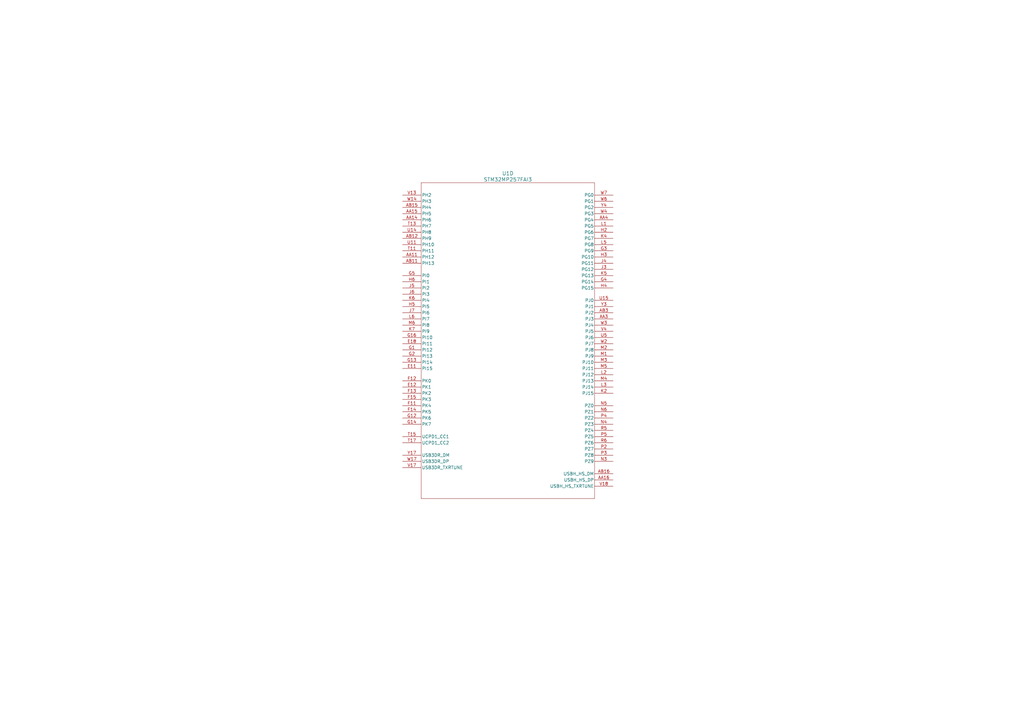
<source format=kicad_sch>
(kicad_sch (version 20250114) (generator "eeschema") (generator_version "9.0")
  (paper "A3")
  (lib_symbols
    (symbol "STM32MP257FAI3:STM32MP257FAI3" (pin_names (offset 0.254))
      (property "Reference" "U" (at 40.64 12.7 0))
      (property "Value" "STM32MP257FAI3" (at 40.64 10.16 0))
      (symbol "STM32MP257FAI3_1_1"
        (polyline (pts (xy 7.62 7.62) (xy 7.62 -119.38)) (stroke (width 0.127)))
        (polyline (pts (xy 7.62 -119.38) (xy 73.66 -119.38)) (stroke (width 0.127)))
        (polyline (pts (xy 73.66 7.62) (xy 7.62 7.62)) (stroke (width 0.127)))
        (polyline (pts (xy 73.66 -119.38) (xy 73.66 7.62)) (stroke (width 0.127)))
        (pin input line (at 0 0 0) (length 7.62) (name "BOOT0") (number "R4"))
        (pin input line (at 0 -2.54 0) (length 7.62) (name "BOOT1") (number "R3"))
        (pin input line (at 0 -5.08 0) (length 7.62) (name "BOOT2") (number "T2"))
        (pin input line (at 0 -7.62 0) (length 7.62) (name "BOOT3") (number "T1"))
        (pin input line (at 0 -12.7 0) (length 7.62) (name "JTCK_SWCLK") (number "AA1"))
        (pin input line (at 0 -15.24 0) (length 7.62) (name "JTDI") (number "AB2"))
        (pin input line (at 0 -17.78 0) (length 7.62) (name "NJTRST") (number "AA2"))
        (pin input line (at 0 -22.86 0) (length 7.62) (name "OSC_IN") (number "V3"))
        (pin input line (at 0 -27.94 0) (length 7.62) (name "OSC32_IN") (number "R1"))
        (pin input line (at 0 -33.02 0) (length 7.62) (name "PCIE_CLKINN") (number "AA18"))
        (pin input line (at 0 -35.56 0) (length 7.62) (name "PCIE_CLKINP") (number "Y18"))
        (pin input line (at 0 -40.64 0) (length 7.62) (name "PDR_ON") (number "T7"))
        (pin unspecified line (at 0 -45.72 0) (length 7.62) (name "ANA0") (number "V5"))
        (pin unspecified line (at 0 -50.8 0) (length 7.62) (name "COMBOPHY_REXT") (number "Y20"))
        (pin unspecified line (at 0 -53.34 0) (length 7.62) (name "COMBOPHY_RX1N") (number "AB20"))
        (pin unspecified line (at 0 -55.88 0) (length 7.62) (name "COMBOPHY_RX1P") (number "AA20"))
        (pin unspecified line (at 0 -58.42 0) (length 7.62) (name "COMBOPHY_TX1N") (number "AB19"))
        (pin unspecified line (at 0 -60.96 0) (length 7.62) (name "COMBOPHY_TX1P") (number "AA19"))
        (pin unspecified line (at 0 -66.04 0) (length 7.62) (name "CSI_CKN") (number "D6"))
        (pin unspecified line (at 0 -68.58 0) (length 7.62) (name "CSI_CKP") (number "C6"))
        (pin unspecified line (at 0 -71.12 0) (length 7.62) (name "CSI_REXT") (number "E6"))
        (pin unspecified line (at 0 -76.2 0) (length 7.62) (name "CSI_D0N") (number "B5"))
        (pin unspecified line (at 0 -78.74 0) (length 7.62) (name "CSI_D0P") (number "C5"))
        (pin unspecified line (at 0 -81.28 0) (length 7.62) (name "CSI_D1N") (number "E7"))
        (pin unspecified line (at 0 -83.82 0) (length 7.62) (name "CSI_D1P") (number "D7"))
        (pin output line (at 81.28 2.54 180) (length 7.62) (name "DDR_A0") (number "M16"))
        (pin output line (at 81.28 0 180) (length 7.62) (name "DDR_A1") (number "U18"))
        (pin output line (at 81.28 -2.54 180) (length 7.62) (name "DDR_A2") (number "N16"))
        (pin output line (at 81.28 -5.08 180) (length 7.62) (name "DDR_A3") (number "M17"))
        (pin output line (at 81.28 -7.62 180) (length 7.62) (name "DDR_A4") (number "N19"))
        (pin output line (at 81.28 -10.16 180) (length 7.62) (name "DDR_A5") (number "M19"))
        (pin output line (at 81.28 -12.7 180) (length 7.62) (name "DDR_A6") (number "T18"))
        (pin output line (at 81.28 -15.24 180) (length 7.62) (name "DDR_A7") (number "U19"))
        (pin output line (at 81.28 -17.78 180) (length 7.62) (name "DDR_A8") (number "P19"))
        (pin output line (at 81.28 -20.32 180) (length 7.62) (name "DDR_A9") (number "P18"))
        (pin output line (at 81.28 -22.86 180) (length 7.62) (name "DDR_A10") (number "N18"))
        (pin output line (at 81.28 -25.4 180) (length 7.62) (name "DDR_A11") (number "N17"))
        (pin output line (at 81.28 -27.94 180) (length 7.62) (name "DDR_A12") (number "K19"))
        (pin output line (at 81.28 -30.48 180) (length 7.62) (name "DDR_A13") (number "K18"))
        (pin output line (at 81.28 -33.02 180) (length 7.62) (name "DDR_A14") (number "L18"))
        (pin output line (at 81.28 -35.56 180) (length 7.62) (name "DDR_A15") (number "L17"))
        (pin output line (at 81.28 -38.1 180) (length 7.62) (name "DDR_A16") (number "J18"))
        (pin output line (at 81.28 -40.64 180) (length 7.62) (name "DDR_A17") (number "H18"))
        (pin output line (at 81.28 -43.18 180) (length 7.62) (name "DDR_A18") (number "H19"))
        (pin output line (at 81.28 -45.72 180) (length 7.62) (name "DDR_A19") (number "K17"))
        (pin output line (at 81.28 -48.26 180) (length 7.62) (name "DDR_A20") (number "G18"))
        (pin output line (at 81.28 -50.8 180) (length 7.62) (name "DDR_A21") (number "J19"))
        (pin output line (at 81.28 -53.34 180) (length 7.62) (name "DDR_A22") (number "H17"))
        (pin output line (at 81.28 -55.88 180) (length 7.62) (name "DDR_A23") (number "J17"))
        (pin output line (at 81.28 -58.42 180) (length 7.62) (name "DDR_A25") (number "R17"))
        (pin output line (at 81.28 -60.96 180) (length 7.62) (name "DDR_A26") (number "R19"))
        (pin output line (at 81.28 -63.5 180) (length 7.62) (name "DDR_A27") (number "R18"))
        (pin output line (at 81.28 -66.04 180) (length 7.62) (name "DDR_A28") (number "M18"))
        (pin output line (at 81.28 -68.58 180) (length 7.62) (name "DDR_A29") (number "T19"))
        (pin output line (at 81.28 -71.12 180) (length 7.62) (name "DDR_A30") (number "P17"))
        (pin output line (at 81.28 -73.66 180) (length 7.62) (name "DDR_A31") (number "P16"))
        (pin output line (at 81.28 -76.2 180) (length 7.62) (name "DDR_DQM0") (number "W21"))
        (pin output line (at 81.28 -78.74 180) (length 7.62) (name "DDR_DQM1") (number "P20"))
        (pin output line (at 81.28 -81.28 180) (length 7.62) (name "DDR_DQM2") (number "E21"))
        (pin output line (at 81.28 -83.82 180) (length 7.62) (name "DDR_DQM3") (number "H20"))
        (pin output line (at 81.28 -86.36 180) (length 7.62) (name "DDR_RESETN") (number "F18"))
        (pin output line (at 81.28 -91.44 180) (length 7.62) (name "JTDO-TRACESWO") (number "W1"))
        (pin output line (at 81.28 -96.52 180) (length 7.62) (name "NRSTC1MS") (number "T3"))
        (pin output line (at 81.28 -101.6 180) (length 7.62) (name "OSC_OUT") (number "V2"))
        (pin output line (at 81.28 -106.68 180) (length 7.62) (name "OSC32_OUT") (number "R2"))
        (pin output line (at 81.28 -111.76 180) (length 7.62) (name "PCIE_CLKOUTN") (number "AB21"))
        (pin output line (at 81.28 -114.3 180) (length 7.62) (name "PCIE_CLKOUTP") (number "AA21"))
      )
      (symbol "STM32MP257FAI3_2_1"
        (polyline (pts (xy 7.62 7.62) (xy 7.62 -111.76)) (stroke (width 0.127)))
        (polyline (pts (xy 7.62 -111.76) (xy 58.42 -111.76)) (stroke (width 0.127)))
        (polyline (pts (xy 58.42 7.62) (xy 7.62 7.62)) (stroke (width 0.127)))
        (polyline (pts (xy 58.42 -111.76) (xy 58.42 7.62)) (stroke (width 0.127)))
        (pin bidirectional line (at 0 0 0) (length 7.62) (name "DDR_DQ0") (number "W22"))
        (pin bidirectional line (at 0 -2.54 0) (length 7.62) (name "DDR_DQ1") (number "Y21"))
        (pin bidirectional line (at 0 -5.08 0) (length 7.62) (name "DDR_DQ2") (number "Y22"))
        (pin bidirectional line (at 0 -7.62 0) (length 7.62) (name "DDR_DQ3") (number "AA22"))
        (pin bidirectional line (at 0 -10.16 0) (length 7.62) (name "DDR_DQ4") (number "T21"))
        (pin bidirectional line (at 0 -12.7 0) (length 7.62) (name "DDR_DQ5") (number "T20"))
        (pin bidirectional line (at 0 -15.24 0) (length 7.62) (name "DDR_DQ6") (number "U21"))
        (pin bidirectional line (at 0 -17.78 0) (length 7.62) (name "DDR_DQ7") (number "U20"))
        (pin bidirectional line (at 0 -20.32 0) (length 7.62) (name "DDR_DQ8") (number "M21"))
        (pin bidirectional line (at 0 -22.86 0) (length 7.62) (name "DDR_DQ9") (number "M22"))
        (pin bidirectional line (at 0 -25.4 0) (length 7.62) (name "DDR_DQ10") (number "L21"))
        (pin bidirectional line (at 0 -27.94 0) (length 7.62) (name "DDR_DQ11") (number "L22"))
        (pin bidirectional line (at 0 -30.48 0) (length 7.62) (name "DDR_DQ12") (number "T22"))
        (pin bidirectional line (at 0 -33.02 0) (length 7.62) (name "DDR_DQ13") (number "R20"))
        (pin bidirectional line (at 0 -35.56 0) (length 7.62) (name "DDR_DQ14") (number "R21"))
        (pin bidirectional line (at 0 -38.1 0) (length 7.62) (name "DDR_DQ15") (number "R22"))
        (pin bidirectional line (at 0 -40.64 0) (length 7.62) (name "DDR_DQ16") (number "D20"))
        (pin bidirectional line (at 0 -43.18 0) (length 7.62) (name "DDR_DQ17") (number "C22"))
        (pin bidirectional line (at 0 -45.72 0) (length 7.62) (name "DDR_DQ18") (number "C21"))
        (pin bidirectional line (at 0 -48.26 0) (length 7.62) (name "DDR_DQ19") (number "B22"))
        (pin bidirectional line (at 0 -50.8 0) (length 7.62) (name "DDR_DQ20") (number "F20"))
        (pin bidirectional line (at 0 -53.34 0) (length 7.62) (name "DDR_DQ21") (number "F19"))
        (pin bidirectional line (at 0 -55.88 0) (length 7.62) (name "DDR_DQ22") (number "E19"))
        (pin bidirectional line (at 0 -58.42 0) (length 7.62) (name "DDR_DQ23") (number "E20"))
        (pin bidirectional line (at 0 -60.96 0) (length 7.62) (name "DDR_DQ24") (number "G19"))
        (pin bidirectional line (at 0 -63.5 0) (length 7.62) (name "DDR_DQ25") (number "G22"))
        (pin bidirectional line (at 0 -66.04 0) (length 7.62) (name "DDR_DQ26") (number "G21"))
        (pin bidirectional line (at 0 -68.58 0) (length 7.62) (name "DDR_DQ27") (number "G20"))
        (pin bidirectional line (at 0 -71.12 0) (length 7.62) (name "DDR_DQ28") (number "J21"))
        (pin bidirectional line (at 0 -73.66 0) (length 7.62) (name "DDR_DQ29") (number "J20"))
        (pin bidirectional line (at 0 -76.2 0) (length 7.62) (name "DDR_DQ30") (number "K20"))
        (pin bidirectional line (at 0 -78.74 0) (length 7.62) (name "DDR_DQ31") (number "L19"))
        (pin bidirectional line (at 0 -81.28 0) (length 7.62) (name "DDR_DQS0N") (number "W20"))
        (pin bidirectional line (at 0 -83.82 0) (length 7.62) (name "DDR_DQS0P") (number "V20"))
        (pin bidirectional line (at 0 -86.36 0) (length 7.62) (name "DDR_DQS1N") (number "N21"))
        (pin bidirectional line (at 0 -88.9 0) (length 7.62) (name "DDR_DQS1P") (number "N20"))
        (pin bidirectional line (at 0 -91.44 0) (length 7.62) (name "DDR_DQS2N") (number "D22"))
        (pin bidirectional line (at 0 -93.98 0) (length 7.62) (name "DDR_DQS2P") (number "D21"))
        (pin bidirectional line (at 0 -96.52 0) (length 7.62) (name "DDR_DQS3N") (number "H21"))
        (pin bidirectional line (at 0 -99.06 0) (length 7.62) (name "DDR_DQS3P") (number "H22"))
        (pin unspecified line (at 0 -101.6 0) (length 7.62) (name "DDR_ZQ") (number "K16"))
        (pin unspecified line (at 0 -104.14 0) (length 7.62) (name "DNU") (number "U16"))
        (pin bidirectional line (at 0 -106.68 0) (length 7.62) (name "JTMS_SWDIO") (number "Y1"))
        (pin output line (at 66.04 0 180) (length 7.62) (name "PWR_CPU_ON") (number "T6"))
        (pin output line (at 66.04 -2.54 180) (length 7.62) (name "PWR_LP") (number "U4"))
        (pin output line (at 66.04 -5.08 180) (length 7.62) (name "PWR_ON") (number "T5"))
        (pin unspecified line (at 66.04 -10.16 180) (length 7.62) (name "DSI_CKN") (number "B8"))
        (pin unspecified line (at 66.04 -12.7 180) (length 7.62) (name "DSI_CKP") (number "A8"))
        (pin unspecified line (at 66.04 -15.24 180) (length 7.62) (name "DSI_REXT") (number "E8"))
        (pin unspecified line (at 66.04 -20.32 180) (length 7.62) (name "DSI_D0N") (number "B9"))
        (pin unspecified line (at 66.04 -22.86 180) (length 7.62) (name "DSI_D0P") (number "C9"))
        (pin unspecified line (at 66.04 -25.4 180) (length 7.62) (name "DSI_D1N") (number "E9"))
        (pin unspecified line (at 66.04 -27.94 180) (length 7.62) (name "DSI_D1P") (number "D9"))
        (pin unspecified line (at 66.04 -30.48 180) (length 7.62) (name "DSI_D2N") (number "D8"))
        (pin unspecified line (at 66.04 -33.02 180) (length 7.62) (name "DSI_D2P") (number "C8"))
        (pin unspecified line (at 66.04 -35.56 180) (length 7.62) (name "DSI_D3N") (number "B7"))
        (pin unspecified line (at 66.04 -38.1 180) (length 7.62) (name "DSI_D3P") (number "A7"))
        (pin unspecified line (at 66.04 -43.18 180) (length 7.62) (name "EPAD") (number "R12"))
        (pin unspecified line (at 66.04 -45.72 180) (length 7.62) (name "EPAD") (number "V6"))
        (pin unspecified line (at 66.04 -48.26 180) (length 7.62) (name "EPAD") (number "V16"))
        (pin unspecified line (at 66.04 -53.34 180) (length 7.62) (name "LVDS1_D0N") (number "D3"))
        (pin unspecified line (at 66.04 -55.88 180) (length 7.62) (name "LVDS1_D0P") (number "D4"))
        (pin unspecified line (at 66.04 -58.42 180) (length 7.62) (name "LVDS1_D1N") (number "D1"))
        (pin unspecified line (at 66.04 -60.96 180) (length 7.62) (name "LVDS1_D1P") (number "D2"))
        (pin unspecified line (at 66.04 -63.5 180) (length 7.62) (name "LVDS1_D2N") (number "E4"))
        (pin unspecified line (at 66.04 -66.04 180) (length 7.62) (name "LVDS1_D2P") (number "E3"))
        (pin unspecified line (at 66.04 -68.58 180) (length 7.62) (name "LVDS1_D3N") (number "F3"))
        (pin unspecified line (at 66.04 -71.12 180) (length 7.62) (name "LVDS1_D3P") (number "F2"))
        (pin unspecified line (at 66.04 -73.66 180) (length 7.62) (name "LVDS1_D4N") (number "F5"))
        (pin unspecified line (at 66.04 -76.2 180) (length 7.62) (name "LVDS1_D4P") (number "F4"))
        (pin unspecified line (at 66.04 -78.74 180) (length 7.62) (name "LVDS2_D0N") (number "B4"))
        (pin unspecified line (at 66.04 -81.28 180) (length 7.62) (name "LVDS2_D0P") (number "A4"))
        (pin unspecified line (at 66.04 -83.82 180) (length 7.62) (name "LVDS2_D1N") (number "A3"))
        (pin unspecified line (at 66.04 -86.36 180) (length 7.62) (name "LVDS2_D1P") (number "A2"))
        (pin unspecified line (at 66.04 -88.9 180) (length 7.62) (name "LVDS2_D2N") (number "B3"))
        (pin unspecified line (at 66.04 -91.44 180) (length 7.62) (name "LVDS2_D2P") (number "C3"))
        (pin unspecified line (at 66.04 -93.98 180) (length 7.62) (name "LVDS2_D3N") (number "C2"))
        (pin unspecified line (at 66.04 -96.52 180) (length 7.62) (name "LVDS2_D3P") (number "C1"))
        (pin unspecified line (at 66.04 -99.06 180) (length 7.62) (name "LVDS2_D4N") (number "B2"))
        (pin unspecified line (at 66.04 -101.6 180) (length 7.62) (name "LVDS2_D4P") (number "B1"))
        (pin bidirectional line (at 66.04 -106.68 180) (length 7.62) (name "NRST") (number "U3"))
      )
      (symbol "STM32MP257FAI3_3_1"
        (polyline (pts (xy 7.62 5.08) (xy 7.62 -129.54)) (stroke (width 0.127)))
        (polyline (pts (xy 7.62 -129.54) (xy 33.02 -129.54)) (stroke (width 0.127)))
        (polyline (pts (xy 33.02 5.08) (xy 7.62 5.08)) (stroke (width 0.127)))
        (polyline (pts (xy 33.02 -129.54) (xy 33.02 5.08)) (stroke (width 0.127)))
        (pin bidirectional line (at 0 0 0) (length 7.62) (name "PB0") (number "C11"))
        (pin bidirectional line (at 0 -2.54 0) (length 7.62) (name "PB1") (number "D11"))
        (pin bidirectional line (at 0 -5.08 0) (length 7.62) (name "PB2") (number "C10"))
        (pin bidirectional line (at 0 -7.62 0) (length 7.62) (name "PB3") (number "E10"))
        (pin bidirectional line (at 0 -10.16 0) (length 7.62) (name "PB4") (number "D10"))
        (pin bidirectional line (at 0 -12.7 0) (length 7.62) (name "PB5") (number "B11"))
        (pin bidirectional line (at 0 -15.24 0) (length 7.62) (name "PB6") (number "C12"))
        (pin bidirectional line (at 0 -17.78 0) (length 7.62) (name "PB7") (number "D12"))
        (pin bidirectional line (at 0 -20.32 0) (length 7.62) (name "PB8") (number "G11"))
        (pin bidirectional line (at 0 -22.86 0) (length 7.62) (name "PB9") (number "A12"))
        (pin bidirectional line (at 0 -25.4 0) (length 7.62) (name "PB10") (number "A11"))
        (pin bidirectional line (at 0 -27.94 0) (length 7.62) (name "PB11") (number "B12"))
        (pin bidirectional line (at 0 -30.48 0) (length 7.62) (name "PB12") (number "B20"))
        (pin bidirectional line (at 0 -33.02 0) (length 7.62) (name "PB13") (number "D19"))
        (pin bidirectional line (at 0 -35.56 0) (length 7.62) (name "PB14") (number "C20"))
        (pin bidirectional line (at 0 -38.1 0) (length 7.62) (name "PB15") (number "AB4"))
        (pin bidirectional line (at 0 -43.18 0) (length 7.62) (name "PD0") (number "D14"))
        (pin bidirectional line (at 0 -45.72 0) (length 7.62) (name "PD1") (number "E15"))
        (pin bidirectional line (at 0 -48.26 0) (length 7.62) (name "PD2") (number "E14"))
        (pin bidirectional line (at 0 -50.8 0) (length 7.62) (name "PD3") (number "C15"))
        (pin bidirectional line (at 0 -53.34 0) (length 7.62) (name "PD4") (number "C14"))
        (pin bidirectional line (at 0 -55.88 0) (length 7.62) (name "PD5") (number "B15"))
        (pin bidirectional line (at 0 -58.42 0) (length 7.62) (name "PD6") (number "A15"))
        (pin bidirectional line (at 0 -60.96 0) (length 7.62) (name "PD7") (number "D15"))
        (pin bidirectional line (at 0 -63.5 0) (length 7.62) (name "PD8") (number "C13"))
        (pin bidirectional line (at 0 -66.04 0) (length 7.62) (name "PD9") (number "B13"))
        (pin bidirectional line (at 0 -68.58 0) (length 7.62) (name "PD10") (number "D13"))
        (pin bidirectional line (at 0 -71.12 0) (length 7.62) (name "PD11") (number "E13"))
        (pin bidirectional line (at 0 -73.66 0) (length 7.62) (name "PD12") (number "A21"))
        (pin bidirectional line (at 0 -76.2 0) (length 7.62) (name "PD13") (number "B21"))
        (pin bidirectional line (at 0 -78.74 0) (length 7.62) (name "PD14") (number "G15"))
        (pin bidirectional line (at 0 -81.28 0) (length 7.62) (name "PD15") (number "F16"))
        (pin bidirectional line (at 0 -86.36 0) (length 7.62) (name "PF0") (number "V12"))
        (pin bidirectional line (at 0 -88.9 0) (length 7.62) (name "PF1") (number "W11"))
        (pin bidirectional line (at 0 -91.44 0) (length 7.62) (name "PF2") (number "V10"))
        (pin bidirectional line (at 0 -93.98 0) (length 7.62) (name "PF3") (number "W10"))
        (pin bidirectional line (at 0 -96.52 0) (length 7.62) (name "PF4") (number "Y10"))
        (pin bidirectional line (at 0 -99.06 0) (length 7.62) (name "PF5") (number "Y9"))
        (pin bidirectional line (at 0 -101.6 0) (length 7.62) (name "PF6") (number "AB8"))
        (pin bidirectional line (at 0 -104.14 0) (length 7.62) (name "PF7") (number "T9"))
        (pin bidirectional line (at 0 -106.68 0) (length 7.62) (name "PF8") (number "AA8"))
        (pin bidirectional line (at 0 -109.22 0) (length 7.62) (name "PF9") (number "AA7"))
        (pin bidirectional line (at 0 -111.76 0) (length 7.62) (name "PF10") (number "AA6"))
        (pin bidirectional line (at 0 -114.3 0) (length 7.62) (name "PF11") (number "Y6"))
        (pin bidirectional line (at 0 -116.84 0) (length 7.62) (name "PF12") (number "K3"))
        (pin bidirectional line (at 0 -119.38 0) (length 7.62) (name "PF13") (number "L4"))
        (pin bidirectional line (at 0 -121.92 0) (length 7.62) (name "PF14") (number "H1"))
        (pin bidirectional line (at 0 -124.46 0) (length 7.62) (name "PF15") (number "L7"))
        (pin bidirectional line (at 40.64 0 180) (length 7.62) (name "PA0") (number "Y2"))
        (pin bidirectional line (at 40.64 -2.54 180) (length 7.62) (name "PA1") (number "V15"))
        (pin bidirectional line (at 40.64 -5.08 180) (length 7.62) (name "PA2") (number "W13"))
        (pin bidirectional line (at 40.64 -7.62 180) (length 7.62) (name "PA3") (number "T14"))
        (pin bidirectional line (at 40.64 -10.16 180) (length 7.62) (name "PA4") (number "Y15"))
        (pin bidirectional line (at 40.64 -12.7 180) (length 7.62) (name "PA5") (number "Y13"))
        (pin bidirectional line (at 40.64 -15.24 180) (length 7.62) (name "PA6") (number "V14"))
        (pin bidirectional line (at 40.64 -17.78 180) (length 7.62) (name "PA7") (number "Y14"))
        (pin bidirectional line (at 40.64 -20.32 180) (length 7.62) (name "PA8") (number "W15"))
        (pin bidirectional line (at 40.64 -22.86 180) (length 7.62) (name "PA9") (number "T12"))
        (pin bidirectional line (at 40.64 -25.4 180) (length 7.62) (name "PA10") (number "U13"))
        (pin bidirectional line (at 40.64 -27.94 180) (length 7.62) (name "PA11") (number "W12"))
        (pin bidirectional line (at 40.64 -30.48 180) (length 7.62) (name "PA12") (number "U12"))
        (pin bidirectional line (at 40.64 -33.02 180) (length 7.62) (name "PA13") (number "Y12"))
        (pin bidirectional line (at 40.64 -35.56 180) (length 7.62) (name "PA14") (number "U10"))
        (pin bidirectional line (at 40.64 -38.1 180) (length 7.62) (name "PA15") (number "T10"))
        (pin bidirectional line (at 40.64 -43.18 180) (length 7.62) (name "PC0") (number "AA12"))
        (pin bidirectional line (at 40.64 -45.72 180) (length 7.62) (name "PC1") (number "V11"))
        (pin bidirectional line (at 40.64 -48.26 180) (length 7.62) (name "PC2") (number "Y11"))
        (pin bidirectional line (at 40.64 -50.8 180) (length 7.62) (name "PC3") (number "W9"))
        (pin bidirectional line (at 40.64 -53.34 180) (length 7.62) (name "PC4") (number "V9"))
        (pin bidirectional line (at 40.64 -55.88 180) (length 7.62) (name "PC5") (number "U9"))
        (pin bidirectional line (at 40.64 -58.42 180) (length 7.62) (name "PC6") (number "AA10"))
        (pin bidirectional line (at 40.64 -60.96 180) (length 7.62) (name "PC7") (number "Y8"))
        (pin bidirectional line (at 40.64 -63.5 180) (length 7.62) (name "PC8") (number "V8"))
        (pin bidirectional line (at 40.64 -66.04 180) (length 7.62) (name "PC9") (number "U8"))
        (pin bidirectional line (at 40.64 -68.58 180) (length 7.62) (name "PC10") (number "T8"))
        (pin bidirectional line (at 40.64 -71.12 180) (length 7.62) (name "PC11") (number "AB7"))
        (pin bidirectional line (at 40.64 -73.66 180) (length 7.62) (name "PC12") (number "Y7"))
        (pin bidirectional line (at 40.64 -76.2 180) (length 7.62) (name "PC13") (number "P6"))
        (pin bidirectional line (at 40.64 -81.28 180) (length 7.62) (name "PE0") (number "A16"))
        (pin bidirectional line (at 40.64 -83.82 180) (length 7.62) (name "PE1") (number "B16"))
        (pin bidirectional line (at 40.64 -86.36 180) (length 7.62) (name "PE2") (number "C16"))
        (pin bidirectional line (at 40.64 -88.9 180) (length 7.62) (name "PE3") (number "D16"))
        (pin bidirectional line (at 40.64 -91.44 180) (length 7.62) (name "PE4") (number "B17"))
        (pin bidirectional line (at 40.64 -93.98 180) (length 7.62) (name "PE5") (number "C17"))
        (pin bidirectional line (at 40.64 -96.52 180) (length 7.62) (name "PE6") (number "E16"))
        (pin bidirectional line (at 40.64 -99.06 180) (length 7.62) (name "PE7") (number "D17"))
        (pin bidirectional line (at 40.64 -101.6 180) (length 7.62) (name "PE8") (number "C18"))
        (pin bidirectional line (at 40.64 -104.14 180) (length 7.62) (name "PE9") (number "D18"))
        (pin bidirectional line (at 40.64 -106.68 180) (length 7.62) (name "PE10") (number "A19"))
        (pin bidirectional line (at 40.64 -109.22 180) (length 7.62) (name "PE11") (number "E17"))
        (pin bidirectional line (at 40.64 -111.76 180) (length 7.62) (name "PE12") (number "C19"))
        (pin bidirectional line (at 40.64 -114.3 180) (length 7.62) (name "PE13") (number "B19"))
        (pin bidirectional line (at 40.64 -116.84 180) (length 7.62) (name "PE14") (number "A20"))
        (pin bidirectional line (at 40.64 -119.38 180) (length 7.62) (name "PE15") (number "F17"))
      )
      (symbol "STM32MP257FAI3_4_1"
        (polyline (pts (xy 7.62 5.08) (xy 7.62 -124.46)) (stroke (width 0.127)))
        (polyline (pts (xy 7.62 -124.46) (xy 78.74 -124.46)) (stroke (width 0.127)))
        (polyline (pts (xy 78.74 5.08) (xy 7.62 5.08)) (stroke (width 0.127)))
        (polyline (pts (xy 78.74 -124.46) (xy 78.74 5.08)) (stroke (width 0.127)))
        (pin bidirectional line (at 0 0 0) (length 7.62) (name "PH2") (number "V13"))
        (pin bidirectional line (at 0 -2.54 0) (length 7.62) (name "PH3") (number "W14"))
        (pin bidirectional line (at 0 -5.08 0) (length 7.62) (name "PH4") (number "AB15"))
        (pin bidirectional line (at 0 -7.62 0) (length 7.62) (name "PH5") (number "AA15"))
        (pin bidirectional line (at 0 -10.16 0) (length 7.62) (name "PH6") (number "AA14"))
        (pin bidirectional line (at 0 -12.7 0) (length 7.62) (name "PH7") (number "T13"))
        (pin bidirectional line (at 0 -15.24 0) (length 7.62) (name "PH8") (number "U14"))
        (pin bidirectional line (at 0 -17.78 0) (length 7.62) (name "PH9") (number "AB12"))
        (pin bidirectional line (at 0 -20.32 0) (length 7.62) (name "PH10") (number "U11"))
        (pin bidirectional line (at 0 -22.86 0) (length 7.62) (name "PH11") (number "T11"))
        (pin bidirectional line (at 0 -25.4 0) (length 7.62) (name "PH12") (number "AA11"))
        (pin bidirectional line (at 0 -27.94 0) (length 7.62) (name "PH13") (number "AB11"))
        (pin bidirectional line (at 0 -33.02 0) (length 7.62) (name "PI0") (number "G5"))
        (pin bidirectional line (at 0 -35.56 0) (length 7.62) (name "PI1") (number "H6"))
        (pin bidirectional line (at 0 -38.1 0) (length 7.62) (name "PI2") (number "J5"))
        (pin bidirectional line (at 0 -40.64 0) (length 7.62) (name "PI3") (number "J6"))
        (pin bidirectional line (at 0 -43.18 0) (length 7.62) (name "PI4") (number "K6"))
        (pin bidirectional line (at 0 -45.72 0) (length 7.62) (name "PI5") (number "H5"))
        (pin bidirectional line (at 0 -48.26 0) (length 7.62) (name "PI6") (number "J7"))
        (pin bidirectional line (at 0 -50.8 0) (length 7.62) (name "PI7") (number "L6"))
        (pin bidirectional line (at 0 -53.34 0) (length 7.62) (name "PI8") (number "M6"))
        (pin bidirectional line (at 0 -55.88 0) (length 7.62) (name "PI9") (number "K7"))
        (pin bidirectional line (at 0 -58.42 0) (length 7.62) (name "PI10") (number "G16"))
        (pin bidirectional line (at 0 -60.96 0) (length 7.62) (name "PI11") (number "E18"))
        (pin bidirectional line (at 0 -63.5 0) (length 7.62) (name "PI12") (number "G1"))
        (pin bidirectional line (at 0 -66.04 0) (length 7.62) (name "PI13") (number "G2"))
        (pin bidirectional line (at 0 -68.58 0) (length 7.62) (name "PI14") (number "G13"))
        (pin bidirectional line (at 0 -71.12 0) (length 7.62) (name "PI15") (number "E11"))
        (pin bidirectional line (at 0 -76.2 0) (length 7.62) (name "PK0") (number "F12"))
        (pin bidirectional line (at 0 -78.74 0) (length 7.62) (name "PK1") (number "E12"))
        (pin bidirectional line (at 0 -81.28 0) (length 7.62) (name "PK2") (number "F13"))
        (pin bidirectional line (at 0 -83.82 0) (length 7.62) (name "PK3") (number "F15"))
        (pin bidirectional line (at 0 -86.36 0) (length 7.62) (name "PK4") (number "F11"))
        (pin bidirectional line (at 0 -88.9 0) (length 7.62) (name "PK5") (number "F14"))
        (pin bidirectional line (at 0 -91.44 0) (length 7.62) (name "PK6") (number "G12"))
        (pin bidirectional line (at 0 -93.98 0) (length 7.62) (name "PK7") (number "G14"))
        (pin unspecified line (at 0 -99.06 0) (length 7.62) (name "UCPD1_CC1") (number "T15"))
        (pin unspecified line (at 0 -101.6 0) (length 7.62) (name "UCPD1_CC2") (number "T17"))
        (pin unspecified line (at 0 -106.68 0) (length 7.62) (name "USB3DR_DM") (number "Y17"))
        (pin unspecified line (at 0 -109.22 0) (length 7.62) (name "USB3DR_DP") (number "W17"))
        (pin unspecified line (at 0 -111.76 0) (length 7.62) (name "USB3DR_TXRTUNE") (number "V17"))
        (pin bidirectional line (at 86.36 0 180) (length 7.62) (name "PG0") (number "W7"))
        (pin bidirectional line (at 86.36 -2.54 180) (length 7.62) (name "PG1") (number "W6"))
        (pin bidirectional line (at 86.36 -5.08 180) (length 7.62) (name "PG2") (number "Y4"))
        (pin bidirectional line (at 86.36 -7.62 180) (length 7.62) (name "PG3") (number "W4"))
        (pin bidirectional line (at 86.36 -10.16 180) (length 7.62) (name "PG4") (number "AA4"))
        (pin bidirectional line (at 86.36 -12.7 180) (length 7.62) (name "PG5") (number "L1"))
        (pin bidirectional line (at 86.36 -15.24 180) (length 7.62) (name "PG6") (number "H2"))
        (pin bidirectional line (at 86.36 -17.78 180) (length 7.62) (name "PG7") (number "K4"))
        (pin bidirectional line (at 86.36 -20.32 180) (length 7.62) (name "PG8") (number "L5"))
        (pin bidirectional line (at 86.36 -22.86 180) (length 7.62) (name "PG9") (number "G3"))
        (pin bidirectional line (at 86.36 -25.4 180) (length 7.62) (name "PG10") (number "H3"))
        (pin bidirectional line (at 86.36 -27.94 180) (length 7.62) (name "PG11") (number "J4"))
        (pin bidirectional line (at 86.36 -30.48 180) (length 7.62) (name "PG12") (number "J3"))
        (pin bidirectional line (at 86.36 -33.02 180) (length 7.62) (name "PG13") (number "K5"))
        (pin bidirectional line (at 86.36 -35.56 180) (length 7.62) (name "PG14") (number "G4"))
        (pin bidirectional line (at 86.36 -38.1 180) (length 7.62) (name "PG15") (number "H4"))
        (pin bidirectional line (at 86.36 -43.18 180) (length 7.62) (name "PJ0") (number "U15"))
        (pin bidirectional line (at 86.36 -45.72 180) (length 7.62) (name "PJ1") (number "Y3"))
        (pin bidirectional line (at 86.36 -48.26 180) (length 7.62) (name "PJ2") (number "AB3"))
        (pin bidirectional line (at 86.36 -50.8 180) (length 7.62) (name "PJ3") (number "AA3"))
        (pin bidirectional line (at 86.36 -53.34 180) (length 7.62) (name "PJ4") (number "W3"))
        (pin bidirectional line (at 86.36 -55.88 180) (length 7.62) (name "PJ5") (number "V4"))
        (pin bidirectional line (at 86.36 -58.42 180) (length 7.62) (name "PJ6") (number "U5"))
        (pin bidirectional line (at 86.36 -60.96 180) (length 7.62) (name "PJ7") (number "W2"))
        (pin bidirectional line (at 86.36 -63.5 180) (length 7.62) (name "PJ8") (number "M2"))
        (pin bidirectional line (at 86.36 -66.04 180) (length 7.62) (name "PJ9") (number "M1"))
        (pin bidirectional line (at 86.36 -68.58 180) (length 7.62) (name "PJ10") (number "M3"))
        (pin bidirectional line (at 86.36 -71.12 180) (length 7.62) (name "PJ11") (number "M5"))
        (pin bidirectional line (at 86.36 -73.66 180) (length 7.62) (name "PJ12") (number "L2"))
        (pin bidirectional line (at 86.36 -76.2 180) (length 7.62) (name "PJ13") (number "M4"))
        (pin bidirectional line (at 86.36 -78.74 180) (length 7.62) (name "PJ14") (number "L3"))
        (pin bidirectional line (at 86.36 -81.28 180) (length 7.62) (name "PJ15") (number "K2"))
        (pin bidirectional line (at 86.36 -86.36 180) (length 7.62) (name "PZ0") (number "N5"))
        (pin bidirectional line (at 86.36 -88.9 180) (length 7.62) (name "PZ1") (number "N6"))
        (pin bidirectional line (at 86.36 -91.44 180) (length 7.62) (name "PZ2") (number "P4"))
        (pin bidirectional line (at 86.36 -93.98 180) (length 7.62) (name "PZ3") (number "N4"))
        (pin bidirectional line (at 86.36 -96.52 180) (length 7.62) (name "PZ4") (number "R5"))
        (pin bidirectional line (at 86.36 -99.06 180) (length 7.62) (name "PZ5") (number "P5"))
        (pin bidirectional line (at 86.36 -101.6 180) (length 7.62) (name "PZ6") (number "R6"))
        (pin bidirectional line (at 86.36 -104.14 180) (length 7.62) (name "PZ7") (number "P2"))
        (pin bidirectional line (at 86.36 -106.68 180) (length 7.62) (name "PZ8") (number "P3"))
        (pin bidirectional line (at 86.36 -109.22 180) (length 7.62) (name "PZ9") (number "N3"))
        (pin unspecified line (at 86.36 -114.3 180) (length 7.62) (name "USBH_HS_DM") (number "AB16"))
        (pin unspecified line (at 86.36 -116.84 180) (length 7.62) (name "USBH_HS_DP") (number "AA16"))
        (pin unspecified line (at 86.36 -119.38 180) (length 7.62) (name "USBH_HS_TXRTUNE") (number "V18"))
      )
      (symbol "STM32MP257FAI3_5_1"
        (polyline (pts (xy 7.62 5.08) (xy 7.62 -111.76)) (stroke (width 0.127)))
        (polyline (pts (xy 7.62 -111.76) (xy 33.02 -111.76)) (stroke (width 0.127)))
        (polyline (pts (xy 33.02 5.08) (xy 7.62 5.08)) (stroke (width 0.127)))
        (polyline (pts (xy 33.02 -111.76) (xy 33.02 5.08)) (stroke (width 0.127)))
        (pin power_in line (at 0 0 0) (length 7.62) (name "DDR_VREF") (number "L20"))
        (pin power_in line (at 0 -5.08 0) (length 7.62) (name "V08CAP") (number "M8"))
        (pin power_in line (at 0 -10.16 0) (length 7.62) (name "VBAT") (number "P7"))
        (pin power_in line (at 0 -15.24 0) (length 7.62) (name "VDD") (number "M9"))
        (pin power_in line (at 0 -17.78 0) (length 7.62) (name "VDD") (number "N8"))
        (pin power_in line (at 0 -20.32 0) (length 7.62) (name "VDD") (number "P9"))
        (pin power_in line (at 0 -22.86 0) (length 7.62) (name "VDD") (number "P11"))
        (pin power_in line (at 0 -25.4 0) (length 7.62) (name "VDD") (number "R8"))
        (pin power_in line (at 0 -27.94 0) (length 7.62) (name "VDD") (number "R10"))
        (pin power_in line (at 0 -30.48 0) (length 7.62) (name "VDDCORE") (number "H7"))
        (pin power_in line (at 0 -33.02 0) (length 7.62) (name "VDDCORE") (number "H9"))
        (pin power_in line (at 0 -35.56 0) (length 7.62) (name "VDDCORE") (number "J8"))
        (pin power_in line (at 0 -38.1 0) (length 7.62) (name "VDDCORE") (number "J10"))
        (pin power_in line (at 0 -40.64 0) (length 7.62) (name "VDDCORE") (number "K9"))
        (pin power_in line (at 0 -43.18 0) (length 7.62) (name "VDDCORE") (number "K11"))
        (pin power_in line (at 0 -45.72 0) (length 7.62) (name "VDDCORE") (number "L10"))
        (pin power_in line (at 0 -48.26 0) (length 7.62) (name "VDDCPU") (number "H11"))
        (pin power_in line (at 0 -50.8 0) (length 7.62) (name "VDDCPU") (number "H13"))
        (pin power_in line (at 0 -53.34 0) (length 7.62) (name "VDDCPU") (number "H15"))
        (pin power_in line (at 0 -55.88 0) (length 7.62) (name "VDDCPU") (number "J12"))
        (pin power_in line (at 0 -58.42 0) (length 7.62) (name "VDDCPU") (number "J14"))
        (pin power_in line (at 0 -60.96 0) (length 7.62) (name "VDDCPU") (number "K13"))
        (pin power_in line (at 0 -63.5 0) (length 7.62) (name "VDDCPU") (number "L12"))
        (pin power_in line (at 0 -66.04 0) (length 7.62) (name "VDDGPU") (number "M11"))
        (pin power_in line (at 0 -68.58 0) (length 7.62) (name "VDDGPU") (number "M13"))
        (pin power_in line (at 0 -71.12 0) (length 7.62) (name "VDDGPU") (number "N10"))
        (pin power_in line (at 0 -73.66 0) (length 7.62) (name "VDDGPU") (number "N12"))
        (pin power_in line (at 0 -76.2 0) (length 7.62) (name "VDDGPU") (number "P13"))
        (pin power_in line (at 0 -78.74 0) (length 7.62) (name "VDDIO3") (number "F8"))
        (pin power_in line (at 0 -81.28 0) (length 7.62) (name "VDDIO3") (number "F9"))
        (pin power_in line (at 0 -83.82 0) (length 7.62) (name "VDDIO4") (number "G8"))
        (pin power_in line (at 0 -86.36 0) (length 7.62) (name "VDDIO4") (number "G9"))
        (pin power_in line (at 0 -88.9 0) (length 7.62) (name "VDDQDDR") (number "K15"))
        (pin power_in line (at 0 -91.44 0) (length 7.62) (name "VDDQDDR") (number "L14"))
        (pin power_in line (at 0 -93.98 0) (length 7.62) (name "VDDQDDR") (number "L16"))
        (pin power_in line (at 0 -96.52 0) (length 7.62) (name "VDDQDDR") (number "M15"))
        (pin power_in line (at 0 -99.06 0) (length 7.62) (name "VDDQDDR") (number "N14"))
        (pin power_in line (at 0 -101.6 0) (length 7.62) (name "VDDQDDR") (number "P15"))
        (pin power_in line (at 0 -104.14 0) (length 7.62) (name "VDDQDDR") (number "R14"))
        (pin power_in line (at 0 -106.68 0) (length 7.62) (name "VDDQDDR") (number "R16"))
      )
      (symbol "STM32MP257FAI3_6_1"
        (polyline (pts (xy 7.62 5.08) (xy 7.62 -60.96)) (stroke (width 0.127)))
        (polyline (pts (xy 7.62 -60.96) (xy 43.18 -60.96)) (stroke (width 0.127)))
        (polyline (pts (xy 43.18 5.08) (xy 7.62 5.08)) (stroke (width 0.127)))
        (polyline (pts (xy 43.18 -60.96) (xy 43.18 5.08)) (stroke (width 0.127)))
        (pin power_in line (at 0 0 0) (length 7.62) (name "VDD33UCPD") (number "T16"))
        (pin power_in line (at 0 -2.54 0) (length 7.62) (name "VDD33USB") (number "Y16"))
        (pin power_in line (at 0 -5.08 0) (length 7.62) (name "VDDA18ADC") (number "V7"))
        (pin power_in line (at 0 -7.62 0) (length 7.62) (name "VDDA18AON") (number "R7"))
        (pin power_in line (at 0 -10.16 0) (length 7.62) (name "VDDA18COMBOPHY") (number "W18"))
        (pin power_in line (at 0 -12.7 0) (length 7.62) (name "VDDA18CSI") (number "F6"))
        (pin power_in line (at 0 -15.24 0) (length 7.62) (name "VDDA18DDR") (number "J16"))
        (pin power_in line (at 0 -17.78 0) (length 7.62) (name "VDDA18DSI") (number "C7"))
        (pin power_in line (at 0 -20.32 0) (length 7.62) (name "VDDA18LVDS") (number "C4"))
        (pin power_in line (at 0 -22.86 0) (length 7.62) (name "VDDA18PLL1") (number "G17"))
        (pin power_in line (at 0 -25.4 0) (length 7.62) (name "VDDA18PLL2") (number "K8"))
        (pin power_in line (at 0 -27.94 0) (length 7.62) (name "VDDA18PLL3") (number "L8"))
        (pin power_in line (at 0 -30.48 0) (length 7.62) (name "VDDA18USB") (number "U17"))
        (pin power_in line (at 0 -33.02 0) (length 7.62) (name "VDDCOMBOPHY") (number "V19"))
        (pin power_in line (at 0 -35.56 0) (length 7.62) (name "VDDCOMBOPHYTX") (number "Y19"))
        (pin power_in line (at 0 -38.1 0) (length 7.62) (name "VDDCSI") (number "D5"))
        (pin power_in line (at 0 -40.64 0) (length 7.62) (name "VDDDSI") (number "F7"))
        (pin power_in line (at 0 -43.18 0) (length 7.62) (name "VDDIO1") (number "G10"))
        (pin power_in line (at 0 -45.72 0) (length 7.62) (name "VDDIO2") (number "F10"))
        (pin power_in line (at 0 -48.26 0) (length 7.62) (name "VDDLVDS") (number "G7"))
        (pin power_in line (at 0 -53.34 0) (length 7.62) (name "VREF-") (number "W5"))
        (pin power_in line (at 0 -55.88 0) (length 7.62) (name "VREF+") (number "Y5"))
      )
      (symbol "STM32MP257FAI3_7_1"
        (polyline (pts (xy 7.62 5.08) (xy 7.62 -119.38)) (stroke (width 0.127)))
        (polyline (pts (xy 7.62 -119.38) (xy 33.02 -119.38)) (stroke (width 0.127)))
        (polyline (pts (xy 33.02 5.08) (xy 7.62 5.08)) (stroke (width 0.127)))
        (polyline (pts (xy 33.02 -119.38) (xy 33.02 5.08)) (stroke (width 0.127)))
        (pin power_in line (at 0 0 0) (length 7.62) (name "VSS") (number "A1"))
        (pin power_in line (at 0 -2.54 0) (length 7.62) (name "VSS") (number "A22"))
        (pin power_in line (at 0 -5.08 0) (length 7.62) (name "VSS") (number "AB1"))
        (pin power_in line (at 0 -7.62 0) (length 7.62) (name "VSS") (number "AB22"))
        (pin power_in line (at 0 -10.16 0) (length 7.62) (name "VSS") (number "E5"))
        (pin power_in line (at 0 -12.7 0) (length 7.62) (name "VSS") (number "G6"))
        (pin power_in line (at 0 -15.24 0) (length 7.62) (name "VSS") (number "H8"))
        (pin power_in line (at 0 -17.78 0) (length 7.62) (name "VSS") (number "H10"))
        (pin power_in line (at 0 -20.32 0) (length 7.62) (name "VSS") (number "H12"))
        (pin power_in line (at 0 -22.86 0) (length 7.62) (name "VSS") (number "H14"))
        (pin power_in line (at 0 -25.4 0) (length 7.62) (name "VSS") (number "H16"))
        (pin power_in line (at 0 -27.94 0) (length 7.62) (name "VSS") (number "J9"))
        (pin power_in line (at 0 -30.48 0) (length 7.62) (name "VSS") (number "J11"))
        (pin power_in line (at 0 -33.02 0) (length 7.62) (name "VSS") (number "J13"))
        (pin power_in line (at 0 -35.56 0) (length 7.62) (name "VSS") (number "J15"))
        (pin power_in line (at 0 -38.1 0) (length 7.62) (name "VSS") (number "K10"))
        (pin power_in line (at 0 -40.64 0) (length 7.62) (name "VSS") (number "K12"))
        (pin power_in line (at 0 -43.18 0) (length 7.62) (name "VSS") (number "K14"))
        (pin power_in line (at 0 -45.72 0) (length 7.62) (name "VSS") (number "L9"))
        (pin power_in line (at 0 -48.26 0) (length 7.62) (name "VSS") (number "L11"))
        (pin power_in line (at 0 -50.8 0) (length 7.62) (name "VSS") (number "L13"))
        (pin power_in line (at 0 -53.34 0) (length 7.62) (name "VSS") (number "L15"))
        (pin power_in line (at 0 -55.88 0) (length 7.62) (name "VSS") (number "M10"))
        (pin power_in line (at 0 -58.42 0) (length 7.62) (name "VSS") (number "M12"))
        (pin power_in line (at 0 -60.96 0) (length 7.62) (name "VSS") (number "M14"))
        (pin power_in line (at 0 -63.5 0) (length 7.62) (name "VSS") (number "M20"))
        (pin power_in line (at 0 -66.04 0) (length 7.62) (name "VSS") (number "N7"))
        (pin power_in line (at 0 -68.58 0) (length 7.62) (name "VSS") (number "N9"))
        (pin power_in line (at 0 -71.12 0) (length 7.62) (name "VSS") (number "N11"))
        (pin power_in line (at 0 -73.66 0) (length 7.62) (name "VSS") (number "N13"))
        (pin power_in line (at 0 -76.2 0) (length 7.62) (name "VSS") (number "N15"))
        (pin power_in line (at 0 -78.74 0) (length 7.62) (name "VSS") (number "P8"))
        (pin power_in line (at 0 -81.28 0) (length 7.62) (name "VSS") (number "P10"))
        (pin power_in line (at 0 -83.82 0) (length 7.62) (name "VSS") (number "P12"))
        (pin power_in line (at 0 -86.36 0) (length 7.62) (name "VSS") (number "P14"))
        (pin power_in line (at 0 -88.9 0) (length 7.62) (name "VSS") (number "R9"))
        (pin power_in line (at 0 -91.44 0) (length 7.62) (name "VSS") (number "R11"))
        (pin power_in line (at 0 -93.98 0) (length 7.62) (name "VSS") (number "R13"))
        (pin power_in line (at 0 -96.52 0) (length 7.62) (name "VSS") (number "R15"))
        (pin power_in line (at 0 -99.06 0) (length 7.62) (name "VSS") (number "T4"))
        (pin power_in line (at 0 -101.6 0) (length 7.62) (name "VSS") (number "U6"))
        (pin power_in line (at 0 -104.14 0) (length 7.62) (name "VSS") (number "W8"))
        (pin power_in line (at 0 -106.68 0) (length 7.62) (name "VSS") (number "W16"))
        (pin power_in line (at 0 -109.22 0) (length 7.62) (name "VSS") (number "W19"))
        (pin power_in line (at 0 -111.76 0) (length 7.62) (name "VSSA") (number "U7"))
        (pin power_in line (at 0 -114.3 0) (length 7.62) (name "VSSAON") (number "M7"))
      )
    )
  )
  (symbol (lib_id "STM32MP257FAI3:STM32MP257FAI3") (at 165.1 80.01 0) (unit 4)
    (property "Reference" "U1" (at 208.28 71.12 0) (effects (font (size 1.524 1.524))))
    (property "Value" "STM32MP257FAI3" (at 208.28 73.66 0) (effects (font (size 1.524 1.524))))
    (property "Footprint" "TFBGA436_STM" (effects (hide yes)))
    (property "Datasheet" "STM32MP257FAI3" (effects (hide yes)))
  )
)
</source>
